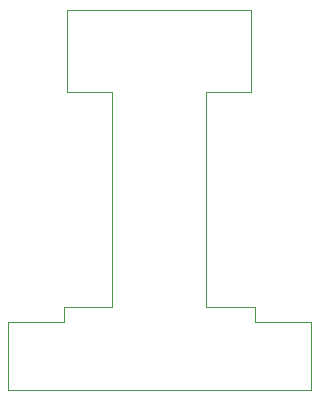
<source format=gm1>
G04 #@! TF.FileFunction,Profile,NP*
%FSLAX46Y46*%
G04 Gerber Fmt 4.6, Leading zero omitted, Abs format (unit mm)*
G04 Created by KiCad (PCBNEW 4.0.0-rc2-stable) date 3/3/2016 3:44:55 PM*
%MOMM*%
G01*
G04 APERTURE LIST*
%ADD10C,0.150000*%
%ADD11C,0.100000*%
G04 APERTURE END LIST*
D10*
D11*
X67730000Y-51030000D02*
X51390000Y-51030000D01*
X51390000Y-51030000D02*
X51380000Y-51030000D01*
X51380000Y-51030000D02*
X46760000Y-51030000D01*
X46760000Y-51030000D02*
X46760000Y-45280000D01*
X46760000Y-45280000D02*
X51460000Y-45280000D01*
X51460000Y-45280000D02*
X51460000Y-44000000D01*
X51460000Y-44000000D02*
X55580000Y-44000000D01*
X55580000Y-44000000D02*
X55580000Y-25830000D01*
X55580000Y-25830000D02*
X51780000Y-25830000D01*
X51780000Y-25830000D02*
X51780000Y-18850000D01*
X51780000Y-18850000D02*
X67330000Y-18850000D01*
X67330000Y-18850000D02*
X67330000Y-25830000D01*
X67330000Y-25830000D02*
X63530000Y-25830000D01*
X63530000Y-25830000D02*
X63530000Y-44000000D01*
X63530000Y-44000000D02*
X67660000Y-44000000D01*
X67660000Y-44000000D02*
X67660000Y-45280000D01*
X67660000Y-45280000D02*
X72360000Y-45280000D01*
X72360000Y-45280000D02*
X72360000Y-51030000D01*
X72360000Y-51030000D02*
X67730000Y-51030000D01*
X67730000Y-51030000D02*
X67730000Y-51030000D01*
X67730000Y-51030000D02*
X67730000Y-51030000D01*
X67730000Y-51030000D02*
X67730000Y-51030000D01*
M02*

</source>
